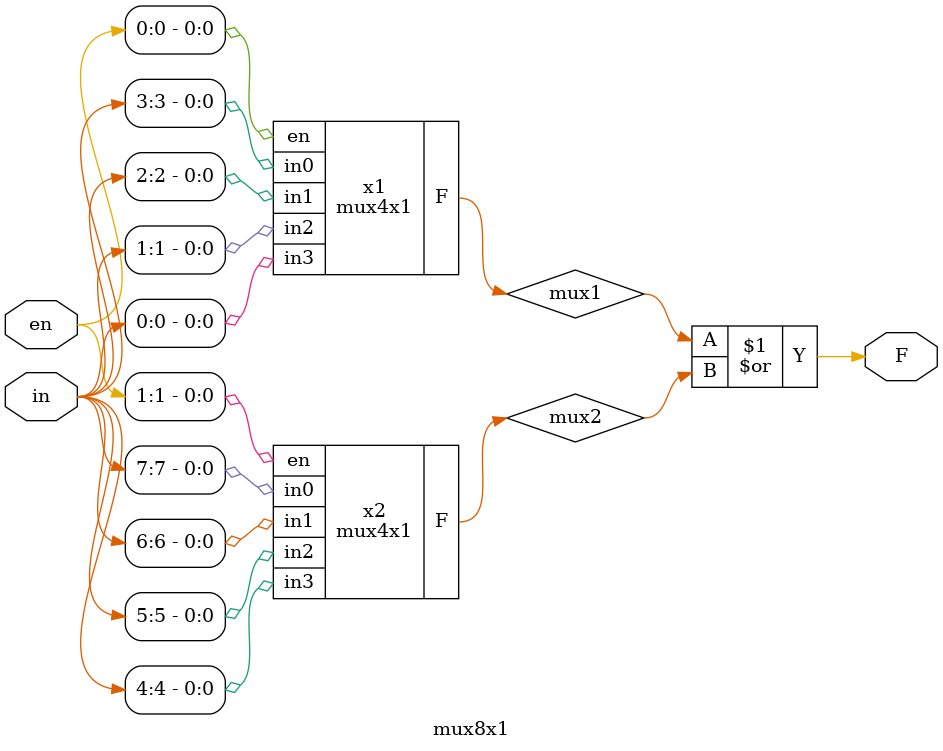
<source format=v>
module mux2x1 ( output reg F, input en, input in1, in0 );
    always @ ( en or in1 or in0 )
    begin
        if ( en == 1'b0 )
            F = in0;
        else
            F = in1;
    end
endmodule

module mux4x1 ( output reg F, input en, input in3, in2, in1, in0 );
  wire a, b, c;
  mux2x1 m1 ( a, en, in1, in0 );
  mux2x1 m2 ( b, en, in3, in2 );
  mux2x1 m3 ( c, en, b,  a );
  always @ ( a or b or c )
    F = c;
endmodule

module mux8x1 ( F, in, en );
    input[7:0] in;
    input[1:0] en;
    output F;
    wire mux1, mux2;
    mux4x1 x1( mux1, en[0], in[0], in[1], in[2], in[3] );
    mux4x1 x2( mux2, en[1], in[4], in[5], in[6], in[7] );
    or ( F, mux1, mux2 );
endmodule
</source>
